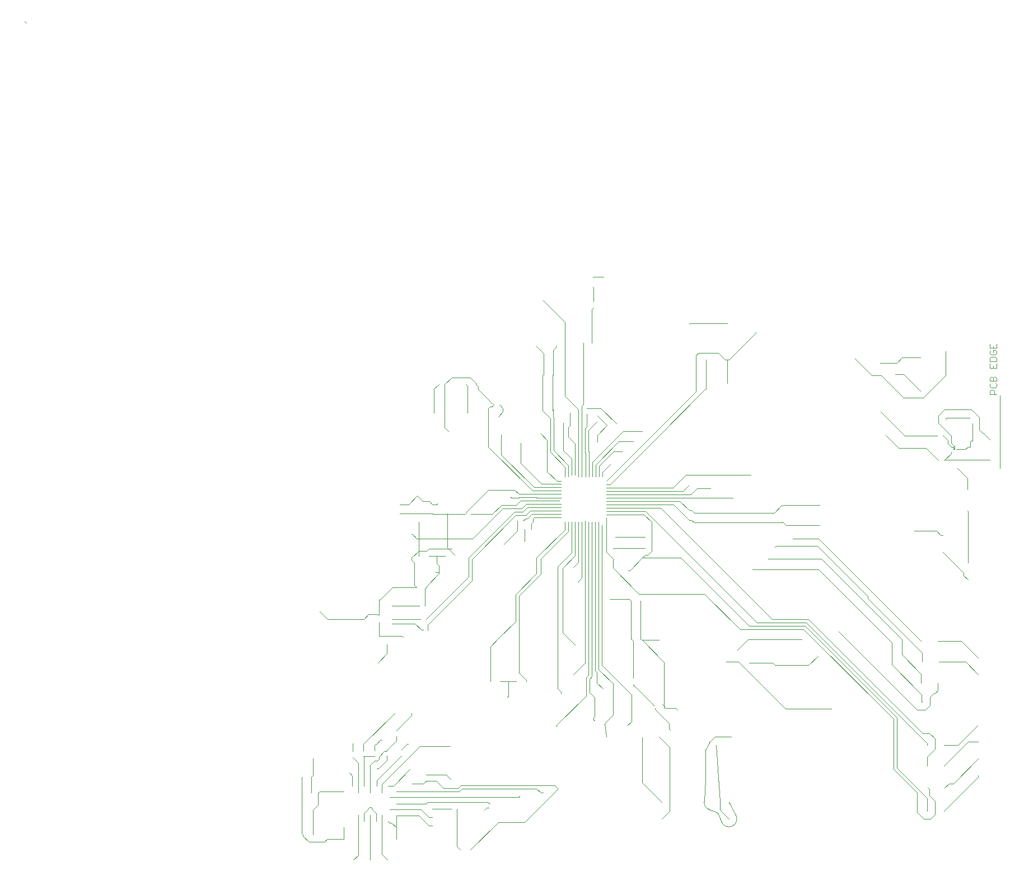
<source format=gtl>
G04*
G04 #@! TF.GenerationSoftware,Altium Limited,Altium Designer,22.0.2 (36)*
G04*
G04 Layer_Physical_Order=1*
G04 Layer_Color=255*
%FSLAX25Y25*%
%MOIN*%
G70*
G04*
G04 #@! TF.SameCoordinates,5FA76A90-C183-4406-A071-8446DD7401C7*
G04*
G04*
G04 #@! TF.FilePolarity,Positive*
G04*
G01*
G75*
D10*
X717800Y471673D02*
X717133D01*
X717000Y471540D01*
Y471273D01*
X717133Y471140D01*
X717800D01*
X717000Y470474D02*
X717800D01*
X717400Y470873D01*
Y470340D01*
D12*
X744709Y458874D02*
Y502181D01*
D18*
X578251Y260160D02*
G03*
X578247Y260250I-1000J0D01*
G01*
X578227Y260471D02*
G03*
X578228Y260454I997J73D01*
G01*
X572147Y295879D02*
G03*
X571989Y295673I707J-707D01*
G01*
X578014Y251474D02*
G03*
X574974Y254514I-4513J-1474D01*
G01*
X568759Y260264D02*
G03*
X572012Y255491I4741J-264D01*
G01*
X578991Y248512D02*
G03*
X587679Y252254I4509J1488D01*
G01*
X510583Y408917D02*
X514500Y405000D01*
X510583Y408917D02*
Y429358D01*
X514500Y399500D02*
Y405000D01*
Y399500D02*
X529843Y384157D01*
X533828Y407328D02*
X535157D01*
X537500Y409672D01*
X532000Y405500D02*
X533828Y407328D01*
X533373Y411201D02*
X533500Y411328D01*
X533461Y417961D02*
X533500Y417922D01*
X514710Y411201D02*
X533373D01*
X524500Y398000D02*
X532000Y405500D01*
X532985Y431358D02*
X537500Y426843D01*
X516039Y417961D02*
X533461D01*
X523500Y398000D02*
X524500D01*
X537500Y409672D02*
Y426843D01*
X514583Y411074D02*
X514710Y411201D01*
X532000Y405500D02*
X555000D01*
X529843Y384157D02*
X568884D01*
X590041Y363000D02*
X628000D01*
X568884Y384157D02*
X590041Y363000D01*
X516000Y418000D02*
X516039Y417961D01*
X484500Y399452D02*
X491890Y406842D01*
X491000Y400000D02*
X493890Y402890D01*
X481500Y400424D02*
X489890Y408813D01*
X491890Y406842D02*
Y426917D01*
X481500Y327676D02*
Y400424D01*
X489890Y408813D02*
Y426917D01*
X493890Y391000D02*
Y391586D01*
X484500Y361000D02*
Y399452D01*
X493890Y391586D02*
X495890Y393586D01*
X555000Y405500D02*
X595500Y365000D01*
X628828D01*
X533813Y433358D02*
X600172Y367000D01*
X629657D01*
X510835Y433358D02*
X533813D01*
X449500Y413500D02*
X457500Y421500D01*
X403453Y388787D02*
X411000Y396335D01*
X409577Y402462D02*
Y406500D01*
Y402462D02*
X411000Y401038D01*
X409000Y397000D02*
X411000D01*
Y396335D02*
Y397000D01*
Y401038D01*
X479728Y270091D02*
X481405Y268414D01*
X461905Y248087D02*
X481405Y267586D01*
X446039Y248087D02*
X461905D01*
X481405Y267586D02*
Y268414D01*
X404779Y406500D02*
X409577D01*
X414374D01*
X398874D02*
Y427150D01*
X415929Y411638D02*
X420280Y407287D01*
X415929Y411638D02*
Y432000D01*
X458429Y337138D02*
Y357500D01*
Y382929D02*
X471500Y396000D01*
Y405000D01*
X458429Y357500D02*
Y382929D01*
X487890Y421390D02*
Y426917D01*
X366047Y369000D02*
X369000Y371953D01*
X340000Y373500D02*
X344500Y369000D01*
X366047D01*
X617343Y315500D02*
X644500D01*
X589343Y343500D02*
X617343Y315500D01*
X578251Y255249D02*
Y260160D01*
X578228Y260454D02*
X578247Y260250D01*
X588500Y350500D02*
X595000Y357000D01*
X627000D01*
X695650Y314850D02*
X700426D01*
X649000Y361500D02*
X695650Y314850D01*
X700426D02*
X703150Y317574D01*
Y322570D01*
X705465Y324886D01*
X706386D02*
X708000Y326500D01*
X705465Y324886D02*
X706386D01*
X708000Y326500D02*
Y331000D01*
X446500Y489591D02*
Y490157D01*
X514843Y469000D02*
X520000D01*
X507327Y494673D02*
X516500Y485500D01*
X506135Y460292D02*
X514843Y469000D01*
X508135Y456635D02*
X513172Y461672D01*
X505000Y474765D02*
X505265Y475030D01*
Y478765D01*
X511000Y484500D01*
X523000Y305500D02*
X525500Y308000D01*
Y324000D01*
X508000Y341500D02*
X525500Y324000D01*
X509626Y306655D02*
Y307126D01*
X514500Y312000D01*
X509626Y306655D02*
X510500Y299000D01*
X481000Y305000D02*
Y306038D01*
X498410Y323447D01*
Y334238D01*
X505000Y331000D02*
X508500Y327500D01*
X502991Y309098D02*
Y310393D01*
X500410Y325447D02*
X503500Y322357D01*
X502991Y309098D02*
X503500Y308589D01*
X502991Y310393D02*
X503500Y310902D01*
Y322357D01*
X506000Y339000D02*
X514500Y330500D01*
Y312000D02*
Y330500D01*
X497890Y342890D02*
Y427500D01*
X500410Y325447D02*
Y333410D01*
X499890Y335718D02*
Y426917D01*
X491000Y336000D02*
X497890Y342890D01*
X500410Y333410D02*
X501890Y334890D01*
Y426917D01*
X498410Y334238D02*
X499890Y335718D01*
X484500Y361000D02*
X492000Y353500D01*
X483500Y324500D02*
Y325676D01*
X481500Y327676D02*
X483500Y325676D01*
X712500Y488673D02*
X712807Y488980D01*
X726882D01*
X727189Y489287D01*
X734791Y480012D02*
X738803Y476000D01*
X734639Y480012D02*
X734791D01*
X732626Y482024D02*
X734639Y480012D01*
X732626Y482024D02*
Y489289D01*
X711808Y494000D02*
X727914D01*
X738803Y476000D02*
X739000D01*
X727914Y494000D02*
X732626Y489289D01*
X727189Y475122D02*
X727476Y475409D01*
X728469D01*
X727189Y471768D02*
Y475122D01*
X728469Y483087D02*
Y485646D01*
Y480528D02*
Y483087D01*
Y477969D02*
Y480528D01*
Y475409D02*
Y477969D01*
X725947Y471768D02*
X727189D01*
X719173Y470173D02*
X724353D01*
X725947Y471768D01*
X711980Y463882D02*
X715736Y467638D01*
X711980Y463882D02*
X738791D01*
X711882D02*
X711980D01*
X711673Y463673D02*
X711882Y463882D01*
X738791D02*
X739000Y464090D01*
X375126Y359079D02*
X388874D01*
X389500Y358453D01*
X472547Y493213D02*
Y514500D01*
X486000Y454083D02*
Y459760D01*
X510583Y437358D02*
X550402D01*
X462833Y437662D02*
X483417D01*
X380000Y348500D02*
Y354078D01*
X374500Y343000D02*
X380000Y348500D01*
X375126Y359079D02*
Y366941D01*
X560000Y545000D02*
X560327Y545327D01*
X478453Y493213D02*
Y514500D01*
X510583Y439484D02*
X517561D01*
X488000Y454083D02*
Y460760D01*
X530953Y357000D02*
Y380000D01*
X493890Y402890D02*
Y426917D01*
X545000Y317240D02*
X545453Y316787D01*
X543953Y318287D02*
X545000Y317240D01*
Y343453D01*
Y316000D02*
Y317240D01*
X405130Y439323D02*
X407000Y437453D01*
X409453D01*
X369503Y256921D02*
X370497D01*
X329047Y241453D02*
Y275000D01*
X582000Y343500D02*
X589343D01*
X631000Y341500D02*
X636500Y347000D01*
X628000Y363000D02*
X681483Y309517D01*
X629657Y367000D02*
X701500Y295157D01*
X703000Y301000D02*
X706150Y297850D01*
X699000Y301000D02*
X703000D01*
X609358Y369000D02*
X631000D01*
X628828Y365000D02*
X683483Y310345D01*
X631000Y369000D02*
X699000Y301000D01*
X609370Y343000D02*
X610870Y341500D01*
X595500Y343000D02*
X609370D01*
X610870Y341500D02*
X631000D01*
X571835Y295409D02*
X571989Y295673D01*
X569500Y290914D02*
X571835Y295409D01*
X572147Y295879D02*
X575268Y299000D01*
X575925Y293925D02*
X578227Y260471D01*
X575925Y293925D02*
Y294000D01*
X575268Y299000D02*
X584842D01*
X383760Y269760D02*
X393500Y279500D01*
X636235Y412765D02*
X666200Y382800D01*
X611765Y412765D02*
X636235D01*
X611000Y412000D02*
X611765Y412765D01*
X724500Y343500D02*
X732000Y336000D01*
X708500Y343500D02*
X724500D01*
X708000Y356000D02*
X722000D01*
X732000Y346000D01*
X698275Y319725D02*
Y324150D01*
Y319725D02*
X698500Y319500D01*
X680500Y341925D02*
X698275Y324150D01*
X680500Y341925D02*
Y355000D01*
X637000Y398500D02*
X680500Y355000D01*
X597500Y398500D02*
X637000D01*
X686500Y347967D02*
X698000Y336467D01*
Y331000D02*
Y336467D01*
X638500Y405000D02*
X686500Y357000D01*
Y347967D02*
Y357000D01*
X607000Y405000D02*
X638500D01*
X666200Y381224D02*
X698500Y348924D01*
Y343500D02*
Y348924D01*
X666200Y381224D02*
Y382800D01*
X637000Y417000D02*
X698000Y356000D01*
X621500Y417000D02*
X637000D01*
X569500Y290086D02*
X569500Y290914D01*
X578251Y255249D02*
X578541Y254959D01*
X572012Y255491D02*
X574974Y254514D01*
X578014Y251474D02*
X578991Y248512D01*
X569500Y273586D02*
Y290086D01*
X568759Y260264D02*
X569500Y273586D01*
X583500Y260000D02*
X587679Y252254D01*
X578541Y254959D02*
X583500Y250000D01*
X543500D02*
X548248Y254748D01*
Y292752D01*
X542000Y299000D02*
X548248Y292752D01*
X532000Y271500D02*
Y298500D01*
Y271500D02*
X543500Y260000D01*
X505163Y490337D02*
X509061Y486439D01*
X375000Y280000D02*
X380000Y285000D01*
X374000Y280000D02*
X375000D01*
X369870Y265823D02*
Y281909D01*
X372607Y284646D01*
X374204D02*
X375083Y285524D01*
X372607Y284646D02*
X374204D01*
X375083Y285524D02*
Y287121D01*
X378296Y290335D01*
X373738Y294820D02*
X375918Y297000D01*
X377000D01*
X373320Y294820D02*
X373738D01*
X372500Y294000D02*
X373320Y294820D01*
X388500Y291272D02*
X391728Y294500D01*
X392500D01*
X388500Y291173D02*
Y291272D01*
X380000Y285000D02*
Y287653D01*
X372500Y290673D02*
Y294000D01*
X359500Y290173D02*
Y295000D01*
X366000Y294500D02*
X384500Y313000D01*
X366000Y290673D02*
Y294500D01*
X701500Y294000D02*
Y295157D01*
X681483Y279613D02*
Y309517D01*
X683483Y280441D02*
Y310345D01*
X543000Y435358D02*
X609358Y369000D01*
X706150Y291755D02*
Y297850D01*
X527181Y329350D02*
X538177Y318354D01*
X538664Y317671D02*
X538860D01*
X538177Y318158D02*
X538664Y317671D01*
X538177Y318158D02*
Y318354D01*
X526984Y329350D02*
X527181D01*
X526500Y329835D02*
X526984Y329350D01*
X526500Y329835D02*
Y330031D01*
X531453Y357000D02*
X531953Y356500D01*
X545000Y343453D01*
X539768Y476276D02*
Y476425D01*
X510583Y449358D02*
X512850D01*
X510878Y451622D02*
X564000Y504744D01*
X512850Y449358D02*
X539768Y476276D01*
X610563Y432453D02*
X614614Y436504D01*
X615500D02*
X615996Y437000D01*
X637500D01*
X556358Y445358D02*
X560000Y449000D01*
X557860Y455000D02*
X596500D01*
X617654Y425000D02*
X637500D01*
X615500Y427153D02*
X617654Y425000D01*
X614894Y426547D02*
X615500Y427153D01*
X614614Y436504D02*
X615500D01*
X591500Y432453D02*
X610563D01*
X591500Y426547D02*
X614894D01*
X550218Y447358D02*
X557860Y455000D01*
X562787Y426547D02*
X591500D01*
X560500Y428047D02*
X561287D01*
X559713Y433953D02*
X560500D01*
X559713Y428047D02*
X560500D01*
X561287D02*
X562787Y426547D01*
X560500Y433953D02*
X561287D01*
X562787Y432453D02*
X591500D01*
X561287Y433953D02*
X562787Y432453D01*
X585516Y441484D02*
X586000Y441000D01*
X561805Y441484D02*
X585516D01*
X560850Y443358D02*
X564492Y447000D01*
X561679Y441358D02*
X561805Y441484D01*
X564492Y447000D02*
X572500D01*
X550402Y437358D02*
X559713Y428047D01*
X554307Y439358D02*
X559713Y433953D01*
X568843Y505500D02*
X569839Y506496D01*
X539768Y476425D02*
X568843Y505500D01*
X723350Y395150D02*
Y396650D01*
Y395150D02*
X726000Y392500D01*
X711000Y409000D02*
X723350Y396650D01*
X707066Y421500D02*
X709566Y419000D01*
X711000D01*
X694000Y421500D02*
X707066D01*
X458429Y337138D02*
X462780Y332787D01*
Y332000D02*
Y332787D01*
X441374Y352650D02*
X446224Y357500D01*
X441374Y332000D02*
Y352650D01*
X452077Y332000D02*
X456874D01*
X447280D02*
X452077D01*
X451500Y322500D02*
X452077Y323077D01*
Y332000D01*
X547760Y303740D02*
X548500Y303000D01*
X547760Y303740D02*
Y307000D01*
X531953Y356500D02*
X542000D01*
X380000Y291098D02*
X385500Y296598D01*
X380000Y291000D02*
Y291098D01*
X385500Y296598D02*
Y299327D01*
Y302772D02*
X394500Y311772D01*
Y313000D01*
X385500Y302673D02*
Y302772D01*
X700906Y470995D02*
X708228Y463673D01*
X708327D01*
X684505Y470995D02*
X700906D01*
X677000Y478500D02*
X684505Y470995D01*
X688327Y478173D02*
X707654D01*
X674000Y492500D02*
X688327Y478173D01*
X368896Y256314D02*
X369503Y256921D01*
X366327Y253377D02*
X368896Y255947D01*
X370497Y256921D02*
X370765Y256652D01*
Y256025D02*
X373413Y253377D01*
X368896Y255947D02*
Y256314D01*
X370765Y256025D02*
Y256652D01*
X357500Y277500D02*
X359240Y275760D01*
Y269760D02*
Y275760D01*
X380500Y269760D02*
X383760D01*
X380500Y248500D02*
X381181Y247819D01*
X385421Y237870D02*
Y244957D01*
X398815Y252043D02*
X404858Y246000D01*
X406827D01*
X385421Y252043D02*
X398815D01*
X385421Y244957D02*
Y252043D01*
X382559Y247819D02*
X385421Y244957D01*
X381181Y247819D02*
X382559D01*
X366327Y248500D02*
Y253377D01*
X373413Y248500D02*
Y253377D01*
X354319Y237870D02*
Y244957D01*
X333370Y236343D02*
X342740D01*
X344268Y237870D01*
X330000Y239713D02*
Y240500D01*
Y239713D02*
X333370Y236343D01*
X344268Y237870D02*
X354319D01*
X336000Y276047D02*
Y286000D01*
X334953Y275000D02*
X336000Y276047D01*
X329047Y241453D02*
X330000Y240500D01*
X335032Y265500D02*
Y274921D01*
X334953Y275000D02*
X335032Y274921D01*
X335953Y240547D02*
Y254500D01*
X335906Y240500D02*
X335953Y240547D01*
Y254500D02*
Y255287D01*
X338968Y258303D02*
Y265500D01*
X335953Y255287D02*
X338968Y258303D01*
X402744Y272146D02*
X403327Y272728D01*
X402646Y272146D02*
X402744D01*
X401500Y271000D02*
X402646Y272146D01*
X403327Y272728D02*
Y272827D01*
X395000Y271000D02*
X401500D01*
X385421Y266216D02*
X422777D01*
X422090Y268358D02*
X423822Y270091D01*
X413564Y268358D02*
X422090D01*
X409095Y272827D02*
X413564Y268358D01*
X403327Y272827D02*
X409095D01*
X423822Y270091D02*
X479728D01*
X424650Y268091D02*
X468925D01*
X422777Y266216D02*
X424650Y268091D01*
X429453Y231500D02*
X446039Y248087D01*
X468925Y268091D02*
X471516Y265500D01*
X421500Y233547D02*
Y256000D01*
Y233547D02*
X423547Y231500D01*
X439098Y256500D02*
X440500D01*
X438007Y255410D02*
X439098Y256500D01*
X440023Y260075D02*
X441188Y258910D01*
X404028Y260075D02*
X440023D01*
X403083Y259130D02*
X404028Y260075D01*
X385421Y259130D02*
X403083D01*
X400272Y255587D02*
X404858Y251000D01*
X381484Y255587D02*
X400272D01*
X404858Y251000D02*
X406827D01*
X458413Y263087D02*
X458827Y263500D01*
X381484Y262673D02*
X381898Y263087D01*
X458413D01*
X471516Y265500D02*
X472827D01*
X366000Y287327D02*
X372500D01*
X366163Y269923D02*
X366327Y269760D01*
X366163Y269923D02*
Y287163D01*
X366000Y287327D02*
X366163Y287163D01*
X339165Y265500D02*
X339882Y266216D01*
X354319D01*
X338968Y265500D02*
X339165D01*
X376957Y229032D02*
Y252437D01*
Y229032D02*
X380000Y225989D01*
Y225500D02*
Y225989D01*
X369935Y225565D02*
Y252372D01*
Y225565D02*
X370000Y225500D01*
X369870Y252437D02*
X369935Y252372D01*
X362784Y228284D02*
Y252437D01*
X360000Y225500D02*
X362784Y228284D01*
X359500Y286728D02*
X362784Y283445D01*
X359500Y286728D02*
Y286827D01*
X362784Y265823D02*
Y283445D01*
X378296Y290335D02*
X379417D01*
X380000Y290917D01*
X373413Y269760D02*
X373713Y270059D01*
Y272941D02*
X388500Y287728D01*
X373713Y270059D02*
Y272941D01*
X380000Y290917D02*
Y291000D01*
X388500Y287728D02*
Y287827D01*
X376957Y270700D02*
X399430Y293173D01*
X376957Y265823D02*
Y270700D01*
X399430Y293173D02*
X406500D01*
X406663Y293337D02*
X417663D01*
X417827Y293500D01*
X406500Y293173D02*
X406663Y293337D01*
X415154Y276173D02*
X417827Y273500D01*
X403327Y276173D02*
X415154D01*
X406827Y256000D02*
X418153D01*
X499000Y494673D02*
X507327D01*
X485000Y469500D02*
X490000Y464500D01*
X488000Y483326D02*
X489000Y484326D01*
Y492000D01*
X485000Y469500D02*
Y486000D01*
X488000Y477500D02*
Y483326D01*
Y477500D02*
X492000Y473500D01*
Y455000D02*
Y473500D01*
X509061Y486439D02*
X511000Y484500D01*
X503837Y485663D02*
X505165Y486992D01*
X500135Y454083D02*
Y468973D01*
X503837Y485565D02*
Y485663D01*
X499953Y481681D02*
X503837Y485565D01*
X552000Y316000D02*
X553000Y315000D01*
X545453Y316000D02*
X552000D01*
X539547Y315213D02*
X547760Y307000D01*
X539547Y315213D02*
Y316000D01*
X539500Y316047D02*
X539547Y316000D01*
X526500Y333968D02*
Y356047D01*
X525547Y357000D02*
X526500Y356047D01*
X525047Y357500D02*
Y380000D01*
Y357500D02*
X525547Y357000D01*
X524047Y381000D02*
X525047Y380000D01*
X512500Y381000D02*
X524047D01*
X719500Y459000D02*
X725500Y453000D01*
Y446201D02*
Y453000D01*
X726000Y402500D02*
Y433299D01*
X725500Y433799D02*
X726000Y433299D01*
X673472Y514221D02*
X674358D01*
X687579Y501000D01*
X699222D01*
X712500Y514278D01*
Y528673D01*
X403453Y388000D02*
Y388787D01*
X396177Y389370D02*
Y402740D01*
X394500Y404418D02*
X396177Y402740D01*
Y389370D02*
X397547Y388000D01*
X394500Y404418D02*
Y405500D01*
X414173Y483327D02*
Y509000D01*
Y483327D02*
X416500Y481000D01*
X485890Y422390D02*
Y426917D01*
X446224Y357500D02*
X456429Y367705D01*
Y383757D01*
X410146Y508319D02*
Y508417D01*
X410728Y509000D02*
X410827D01*
X410146Y508417D02*
X410728Y509000D01*
X408000Y506173D02*
X410146Y508319D01*
X408000Y492000D02*
Y506173D01*
X414173Y509000D02*
X414272D01*
X418429Y513158D01*
X429457D01*
X432827Y509787D01*
Y509000D02*
Y509787D01*
X426921Y509000D02*
X428000Y507921D01*
Y492000D02*
Y507921D01*
X434197Y505858D02*
X443555Y496500D01*
X434197Y505858D02*
Y507630D01*
X432827Y509000D02*
X434197Y507630D01*
X443555Y496500D02*
X443653D01*
X449000Y492657D02*
Y494598D01*
X446500Y490157D02*
X449000Y492657D01*
X447098Y496500D02*
X449000Y494598D01*
X447000Y496500D02*
X447098D01*
X467495Y447505D02*
X483417D01*
X471995Y449505D02*
X483417D01*
X481090Y451327D02*
X483417D01*
X475260Y457157D02*
X481090Y451327D01*
X475260Y457157D02*
Y475740D01*
X471500Y479500D02*
X475260Y475740D01*
X459500Y462000D02*
X471995Y449505D01*
X459500Y462000D02*
Y474000D01*
X448000Y467000D02*
X467495Y447505D01*
X448000Y467000D02*
Y479000D01*
X466495Y445505D02*
X483417D01*
X442244Y495508D02*
X442827Y496091D01*
X441123Y495508D02*
X442244D01*
X440244Y494629D02*
X441123Y495508D01*
X442827Y496091D02*
Y496173D01*
X440244Y471756D02*
Y494629D01*
Y471756D02*
X466495Y445505D01*
X401177Y439323D02*
X405130D01*
X387500Y437453D02*
X392953D01*
X398000Y442500D01*
X401177Y439323D01*
X409453Y437453D02*
X410000Y438000D01*
X387500Y431547D02*
X388000Y432047D01*
X407000D01*
X407547Y431500D02*
X426000D01*
X407000Y432047D02*
X407547Y431500D01*
X458500Y443500D02*
X483417D01*
X456000Y446000D02*
X458500Y443500D01*
X440150Y446000D02*
X456000D01*
X427256Y433106D02*
X440150Y446000D01*
X427256Y432559D02*
Y433106D01*
X426197Y431500D02*
X427256Y432559D01*
X426000Y431500D02*
X426197D01*
X454016Y441484D02*
X458672D01*
X458687Y441500D01*
X453500Y442000D02*
X454016Y441484D01*
X458687Y441500D02*
X468959D01*
X459516Y439500D02*
X482500D01*
X457016Y437000D02*
X459516Y439500D01*
X448172Y437000D02*
X457016D01*
X468959Y441484D02*
X483417D01*
X442672Y431500D02*
X448172Y437000D01*
X429937Y431500D02*
X442672D01*
X430953Y416953D02*
X449000Y435000D01*
X460172D01*
X418500Y416953D02*
X430953D01*
X400555Y362500D02*
X401492D01*
X396646Y366409D02*
X400555Y362500D01*
X383000Y366409D02*
X396646D01*
X383053Y369053D02*
X399774D01*
X383000Y369106D02*
X383053Y369053D01*
X399774D02*
X399827Y369000D01*
X402673Y387221D02*
X403453Y388000D01*
X402673Y377000D02*
Y387221D01*
X383098Y377098D02*
X399228D01*
X383000Y377197D02*
X383098Y377098D01*
X399228D02*
X399327Y377000D01*
X375913Y380701D02*
X383213Y388000D01*
X397547D01*
X375126Y380701D02*
X375913D01*
X375126Y378024D02*
Y380701D01*
Y374087D02*
Y378024D01*
Y371528D02*
Y374087D01*
X373913Y371953D02*
X374339Y371528D01*
X369000Y371953D02*
X373913D01*
X374339Y371528D02*
X375126D01*
X394500Y419500D02*
X395157D01*
X397657Y417000D02*
X405000D01*
X395157Y419500D02*
X397657Y417000D01*
X398724Y409724D02*
X403630D01*
X394500Y405500D02*
X398724Y409724D01*
X403630D02*
X405000Y411095D01*
X405047Y411047D01*
X418500D01*
X405047Y416953D02*
X418500D01*
X405000Y417000D02*
X405047Y416953D01*
X428394Y405608D02*
X455787Y433000D01*
X461000D01*
X428394Y394221D02*
Y405608D01*
X430394Y404779D02*
X456615Y431000D01*
X430394Y391836D02*
Y404779D01*
X456615Y431000D02*
X462500D01*
X460172Y435000D02*
X462833Y437662D01*
X460847Y427500D02*
X460945D01*
X463500Y429000D02*
X466161Y431662D01*
X461000Y433000D02*
X463661Y435662D01*
X462500Y431000D02*
X465162Y433662D01*
X462445Y429000D02*
X463500D01*
X460945Y427500D02*
X462445Y429000D01*
X463661Y435662D02*
X483417D01*
X404173Y362327D02*
Y365615D01*
X430394Y391836D01*
X465162Y433662D02*
X483417D01*
X495890Y393586D02*
Y426917D01*
X461500Y415500D02*
X461827Y415827D01*
Y422500D01*
X457500Y421500D02*
Y427500D01*
X467637Y429551D02*
X483417D01*
X466000Y422500D02*
Y426154D01*
X466923Y427077D01*
X466978D01*
X467000Y427055D01*
X466161Y431662D02*
X483417D01*
X467000Y428914D02*
X467637Y429551D01*
X467000Y427055D02*
Y428914D01*
X403272Y369000D02*
X403854Y369583D01*
Y369681D02*
X428394Y394221D01*
X403173Y369000D02*
X403272D01*
X403854Y369583D02*
Y369681D01*
X469000Y396328D02*
Y405500D01*
X456429Y383757D02*
X469000Y396328D01*
Y405500D02*
X485890Y422390D01*
X471500Y405000D02*
X487890Y421390D01*
X507949Y425000D02*
X508000Y424949D01*
X503890Y338282D02*
X505000Y337172D01*
X508000Y341500D02*
Y424949D01*
X503890Y338282D02*
Y426917D01*
X506000Y339000D02*
Y426917D01*
X505000Y331000D02*
Y337172D01*
X508953Y572953D02*
X509000Y573000D01*
X502500Y572953D02*
X508953D01*
X486000Y502000D02*
X493953Y494047D01*
X495953Y496011D02*
X497000Y497058D01*
X495953Y454083D02*
Y496011D01*
X493953Y454083D02*
Y494047D01*
X497000Y497058D02*
Y533500D01*
X486000Y502000D02*
Y546000D01*
X510583Y431358D02*
X532985D01*
X510583Y433610D02*
X510835Y433358D01*
X510583Y435358D02*
X543000D01*
X683483Y280441D02*
X701500Y262424D01*
X695500Y253924D02*
Y265596D01*
X681483Y279613D02*
X695500Y265596D01*
X510583Y443358D02*
X560850D01*
X510583Y445358D02*
X556358D01*
X518516Y441358D02*
X561679D01*
X510583Y441484D02*
X518516D01*
X517687Y439358D02*
X554307D01*
X510583Y447358D02*
X550218D01*
X695500Y253924D02*
X699574Y249850D01*
X703426D01*
X706150Y252574D01*
Y260603D01*
X702903Y263850D02*
X706150Y260603D01*
X702903Y263850D02*
Y267598D01*
X702000Y268500D02*
X702903Y267598D01*
X701500Y254500D02*
Y262424D01*
Y281500D02*
Y287105D01*
X706150Y291755D01*
X504135Y454083D02*
Y461120D01*
X502135Y454083D02*
Y462500D01*
X520635Y481000D01*
X508135Y454000D02*
Y456635D01*
X505858Y454083D02*
X506135Y454359D01*
X504135Y461120D02*
X518015Y475000D01*
X506135Y454359D02*
Y460292D01*
X520635Y481000D02*
X532000D01*
X518015Y475000D02*
X526500D01*
X490000Y455000D02*
Y464500D01*
X473000Y559000D02*
X486000Y546000D01*
X477260Y468500D02*
X486000Y459760D01*
X479260Y469500D02*
X488000Y460760D01*
X479260Y469500D02*
Y489328D01*
X478953Y489636D02*
X479260Y489328D01*
X478953Y489636D02*
Y494000D01*
X477260Y468500D02*
Y488500D01*
X472547Y493213D02*
X477260Y488500D01*
X719173Y470173D02*
X719264Y470083D01*
X717363Y471551D02*
X717719Y471908D01*
X708244Y490436D02*
X711808Y494000D01*
X708244Y485909D02*
Y490436D01*
Y485909D02*
X715709Y478445D01*
Y473918D02*
Y478445D01*
Y473918D02*
X717719Y471908D01*
X715827Y471551D02*
X717363D01*
X711098Y478173D02*
X713709Y475563D01*
Y473669D02*
X715827Y471551D01*
X711000Y478173D02*
X711098D01*
X713709Y473669D02*
Y475563D01*
X715736Y468705D02*
X715827Y468795D01*
X715736Y467638D02*
Y468705D01*
X712500Y488673D02*
X713113Y488060D01*
X658500Y524342D02*
X668622Y514221D01*
X673472D01*
X682528Y515008D02*
X687650D01*
X697500Y505158D01*
X673472Y521779D02*
X682528D01*
X686476Y524843D02*
X697500D01*
X683413Y521779D02*
X686476Y524843D01*
X682528Y521779D02*
X683413D01*
X582437Y509721D02*
X582657Y509500D01*
X582437Y509721D02*
Y523673D01*
X560327Y545327D02*
X569839D01*
X582437D01*
X583618Y523673D02*
X599500Y539555D01*
X582437Y523673D02*
X583618D01*
X599500Y539555D02*
Y540000D01*
X732000Y275000D02*
Y276000D01*
X711500Y254500D02*
X732000Y275000D01*
X714650Y271150D02*
X717150D01*
X732000Y286000D01*
X712000Y268500D02*
X714650Y271150D01*
X711500Y281500D02*
X726000Y296000D01*
X732000D01*
X720000Y294000D02*
X732000Y306000D01*
X711500Y294000D02*
X720000D01*
X517561Y439484D02*
X517687Y439358D01*
X569839Y506496D02*
Y523673D01*
X564000Y504744D02*
Y526255D01*
X581256Y523673D02*
X582437D01*
X577197Y527732D02*
X581256Y523673D01*
X565477Y527732D02*
X577197D01*
X564000Y526255D02*
X565477Y527732D01*
X502500Y567047D02*
X503000Y566547D01*
Y558173D02*
Y566547D01*
X502000Y553728D02*
X503000Y554728D01*
X502000Y533500D02*
Y553728D01*
X503000Y554728D02*
Y554827D01*
X469000Y531500D02*
X473047Y527453D01*
Y514500D02*
Y527453D01*
X478953Y514500D02*
Y529370D01*
X480500Y530918D01*
Y532000D01*
X498067Y454083D02*
Y468213D01*
X497953Y482510D02*
X499000Y483557D01*
X497953Y468327D02*
X498067Y468213D01*
X497953Y468327D02*
Y482510D01*
X499953Y469156D02*
X500135Y468973D01*
X499953Y469156D02*
Y481681D01*
X499000Y483557D02*
Y491327D01*
X164051Y725406D02*
X165051Y724405D01*
X742937Y502969D02*
X739001D01*
Y504936D01*
X739657Y505592D01*
X740969D01*
X741625Y504936D01*
Y502969D01*
X739657Y509528D02*
X739001Y508872D01*
Y507560D01*
X739657Y506904D01*
X742281D01*
X742937Y507560D01*
Y508872D01*
X742281Y509528D01*
X739001Y510840D02*
X742937D01*
Y512808D01*
X742281Y513464D01*
X741625D01*
X740969Y512808D01*
Y510840D01*
Y512808D01*
X740313Y513464D01*
X739657D01*
X739001Y512808D01*
Y510840D01*
Y521335D02*
Y518712D01*
X742937D01*
Y521335D01*
X740969Y518712D02*
Y520023D01*
X739001Y522647D02*
X742937D01*
Y524615D01*
X742281Y525271D01*
X739657D01*
X739001Y524615D01*
Y522647D01*
X739657Y529207D02*
X739001Y528551D01*
Y527239D01*
X739657Y526583D01*
X742281D01*
X742937Y527239D01*
Y528551D01*
X742281Y529207D01*
X740969D01*
Y527895D01*
X739001Y533143D02*
Y530519D01*
X742937D01*
Y533143D01*
X740969Y530519D02*
Y531831D01*
D30*
X727189Y471768D02*
D03*
Y489287D02*
D03*
D31*
X514500Y405000D02*
D03*
X533500Y417922D02*
D03*
X523500Y398000D02*
D03*
X533500Y411328D02*
D03*
X514583Y411074D02*
D03*
X516000Y418000D02*
D03*
X493890Y391000D02*
D03*
X491000Y400000D02*
D03*
X411000Y397000D02*
D03*
D03*
X644500Y315500D02*
D03*
X587000Y349000D02*
D03*
X627000Y357000D02*
D03*
X649000Y361500D02*
D03*
X446500Y489591D02*
D03*
X520000Y469000D02*
D03*
X516500Y485500D02*
D03*
X513172Y461672D02*
D03*
X505000Y474765D02*
D03*
X346000Y237500D02*
D03*
X636500Y347000D02*
D03*
X582000Y343500D02*
D03*
X595500Y343000D02*
D03*
X575925Y294000D02*
D03*
X588000Y285000D02*
D03*
X394500Y280000D02*
D03*
X611000Y412000D02*
D03*
X597500Y398500D02*
D03*
X607000Y405000D02*
D03*
X621500Y417000D02*
D03*
X584842Y299000D02*
D03*
X568500Y343500D02*
D03*
X542000Y299000D02*
D03*
X532000Y298500D02*
D03*
X374000Y280000D02*
D03*
X393500Y295000D02*
D03*
X377000Y297000D02*
D03*
X359500Y296500D02*
D03*
X622000Y345500D02*
D03*
X637500Y425000D02*
D03*
Y437000D02*
D03*
X451500Y322500D02*
D03*
X548500Y303000D02*
D03*
X542000Y356500D02*
D03*
X677000Y478500D02*
D03*
X674000Y492500D02*
D03*
X370000Y258500D02*
D03*
X357000Y278500D02*
D03*
X336000Y286000D02*
D03*
X395000Y271000D02*
D03*
X485000Y486000D02*
D03*
X489000Y492000D02*
D03*
X553000Y315000D02*
D03*
X512500Y381000D02*
D03*
X719500Y459000D02*
D03*
X416500Y481000D02*
D03*
X398000Y442500D02*
D03*
X389500Y358453D02*
D03*
X394500Y419500D02*
D03*
Y405500D02*
D03*
X453500Y442000D02*
D03*
X450000Y414500D02*
D03*
X461500Y415500D02*
D03*
X510000Y573000D02*
D03*
X532000Y481000D02*
D03*
X526500Y475000D02*
D03*
X559500Y546000D02*
D03*
X469000Y531500D02*
D03*
X480500Y532000D02*
D03*
D32*
X458429Y357500D02*
D03*
X446224D02*
D03*
D41*
X350000Y343500D02*
D03*
X340000D02*
D03*
X350000Y353500D02*
D03*
X340000D02*
D03*
X350000Y363500D02*
D03*
X340000D02*
D03*
X350000Y373500D02*
D03*
X340000D02*
D03*
X350000Y383500D02*
D03*
X340000D02*
D03*
X350000Y395000D02*
D03*
X340000D02*
D03*
X350000Y405000D02*
D03*
X340000D02*
D03*
X350000Y415000D02*
D03*
X340000D02*
D03*
X350000Y425000D02*
D03*
X340000D02*
D03*
X350000Y435000D02*
D03*
X340000D02*
D03*
X350000Y447000D02*
D03*
X340000D02*
D03*
X350000Y457000D02*
D03*
X340000D02*
D03*
X350000Y467000D02*
D03*
X340000D02*
D03*
X350000Y477000D02*
D03*
X340000D02*
D03*
X350000Y487000D02*
D03*
X340000D02*
D03*
X350000Y499000D02*
D03*
X340000D02*
D03*
X350000Y509000D02*
D03*
X340000D02*
D03*
X350000Y519000D02*
D03*
X340000D02*
D03*
X350000Y529000D02*
D03*
X340000D02*
D03*
X350000Y539000D02*
D03*
X340000D02*
D03*
D43*
X586000Y441000D02*
D03*
X572500Y447000D02*
D03*
X596500Y455000D02*
D03*
X560000Y449000D02*
D03*
X448000Y479000D02*
D03*
X502000Y308000D02*
D03*
X508500Y327500D02*
D03*
X481000Y305000D02*
D03*
X523000Y305500D02*
D03*
X510500Y299000D02*
D03*
X491000Y336000D02*
D03*
X473000Y559000D02*
D03*
X492000Y353500D02*
D03*
X483500Y324500D02*
D03*
X471500Y479500D02*
D03*
X459500Y474000D02*
D03*
X440500Y256500D02*
D03*
X458827Y263500D02*
D03*
X472827Y265500D02*
D03*
D59*
X739000Y496965D02*
D03*
Y464090D02*
D03*
D61*
X497000Y533500D02*
D03*
X492000D02*
D03*
D62*
X406827Y251000D02*
D03*
Y246000D02*
D03*
D64*
X502000Y533500D02*
D03*
D79*
X526500Y333968D02*
D03*
Y330031D02*
D03*
D84*
X359240Y248500D02*
D03*
X366327D02*
D03*
X373413D02*
D03*
X380500D02*
D03*
X362784Y252437D02*
D03*
X369870D02*
D03*
X376957D02*
D03*
X358256Y255587D02*
D03*
X381484D02*
D03*
X362784Y265823D02*
D03*
X369870D02*
D03*
X376957D02*
D03*
X359240Y269760D02*
D03*
X366327D02*
D03*
X373413D02*
D03*
X380500D02*
D03*
X358256Y262673D02*
D03*
X381484D02*
D03*
X354319Y266216D02*
D03*
Y259130D02*
D03*
Y252043D02*
D03*
Y244957D02*
D03*
Y237870D02*
D03*
X385421Y266216D02*
D03*
Y259130D02*
D03*
Y252043D02*
D03*
Y244957D02*
D03*
Y237870D02*
D03*
D139*
X715827Y468795D02*
D03*
X719173Y470173D02*
D03*
X715827Y471551D02*
D03*
D140*
X483417Y429673D02*
D03*
Y431642D02*
D03*
Y433610D02*
D03*
Y435579D02*
D03*
Y437547D02*
D03*
Y439516D02*
D03*
Y441484D02*
D03*
Y443453D02*
D03*
Y445421D02*
D03*
Y447390D02*
D03*
Y449358D02*
D03*
Y451327D02*
D03*
X510583D02*
D03*
Y449358D02*
D03*
Y447390D02*
D03*
Y445421D02*
D03*
Y443453D02*
D03*
Y441484D02*
D03*
Y439516D02*
D03*
Y437547D02*
D03*
Y435579D02*
D03*
Y433610D02*
D03*
Y431642D02*
D03*
Y429673D02*
D03*
D142*
X486173Y454083D02*
D03*
X488142D02*
D03*
X490110D02*
D03*
X492079D02*
D03*
X494047D02*
D03*
X496016D02*
D03*
X497984D02*
D03*
X499953D02*
D03*
X501921D02*
D03*
X503890D02*
D03*
X505858D02*
D03*
X507827D02*
D03*
Y426917D02*
D03*
X505858D02*
D03*
X503890D02*
D03*
X501921D02*
D03*
X499953D02*
D03*
X497984D02*
D03*
X496016D02*
D03*
X494047D02*
D03*
X492079D02*
D03*
X490110D02*
D03*
X488142D02*
D03*
X486173D02*
D03*
D148*
X404779Y406500D02*
D03*
X398874D02*
D03*
X414374D02*
D03*
X420280D02*
D03*
X441374Y332000D02*
D03*
X447280D02*
D03*
X329047Y275000D02*
D03*
X334953D02*
D03*
X330000Y240500D02*
D03*
X335906D02*
D03*
X330047Y254500D02*
D03*
X335953D02*
D03*
X397547Y388000D02*
D03*
X403453D02*
D03*
X530953Y380000D02*
D03*
X525047D02*
D03*
X531453Y357000D02*
D03*
X525547D02*
D03*
X539547Y316000D02*
D03*
X545453D02*
D03*
X478953Y514500D02*
D03*
X473047D02*
D03*
X478953Y494000D02*
D03*
X473047D02*
D03*
X462780Y332000D02*
D03*
X456874D02*
D03*
X426921Y509000D02*
D03*
X432827D02*
D03*
D149*
X615500Y436504D02*
D03*
D150*
Y427153D02*
D03*
D151*
X591500Y432453D02*
D03*
Y426547D02*
D03*
X560500Y433953D02*
D03*
Y428047D02*
D03*
X380000Y352547D02*
D03*
Y358453D02*
D03*
X418500Y411047D02*
D03*
Y416953D02*
D03*
X405000Y411095D02*
D03*
Y417000D02*
D03*
X387500Y437453D02*
D03*
Y431547D02*
D03*
X407000Y437953D02*
D03*
Y432047D02*
D03*
D152*
X335032Y265500D02*
D03*
X338968D02*
D03*
X426000Y431500D02*
D03*
X429937D02*
D03*
D153*
X497000Y440500D02*
D03*
D154*
X403327Y272827D02*
D03*
Y276173D02*
D03*
X406500Y293673D02*
D03*
Y290327D02*
D03*
X504500Y489673D02*
D03*
Y486327D02*
D03*
X499000Y494673D02*
D03*
Y491327D02*
D03*
X503000Y558173D02*
D03*
Y554827D02*
D03*
X359500Y290173D02*
D03*
Y286827D02*
D03*
X366000Y290673D02*
D03*
Y287327D02*
D03*
X372500Y290673D02*
D03*
Y287327D02*
D03*
X380000Y287653D02*
D03*
Y291000D02*
D03*
X388500Y291173D02*
D03*
Y287827D02*
D03*
X385500Y302673D02*
D03*
Y299327D02*
D03*
D155*
X569839Y523673D02*
D03*
X582437D02*
D03*
X569839Y545327D02*
D03*
X582437D02*
D03*
D156*
X402673Y377000D02*
D03*
X399327D02*
D03*
X403173Y369000D02*
D03*
X399827D02*
D03*
X400827Y362327D02*
D03*
X404173D02*
D03*
X465173Y422500D02*
D03*
X461827D02*
D03*
X707654Y478173D02*
D03*
X711000D02*
D03*
X460847Y427500D02*
D03*
X457500D02*
D03*
X708327Y463673D02*
D03*
X711673D02*
D03*
X414173Y509000D02*
D03*
X410827D02*
D03*
X443653Y496500D02*
D03*
X447000D02*
D03*
X418153Y256000D02*
D03*
X421500D02*
D03*
D157*
X383000Y366409D02*
D03*
Y369106D02*
D03*
Y371803D02*
D03*
Y374500D02*
D03*
Y377197D02*
D03*
X375126Y380701D02*
D03*
Y378024D02*
D03*
Y374087D02*
D03*
Y371528D02*
D03*
D158*
Y366941D02*
D03*
D159*
X728469Y483087D02*
D03*
Y480528D02*
D03*
Y485646D02*
D03*
Y477969D02*
D03*
Y475409D02*
D03*
D160*
X739000Y476000D02*
D03*
Y485055D02*
D03*
D161*
X502500Y572953D02*
D03*
Y567047D02*
D03*
D162*
X429453Y231500D02*
D03*
X423547D02*
D03*
D163*
X725500Y433799D02*
D03*
X725500Y446201D02*
D03*
D164*
X739000Y493864D02*
D03*
X739000Y467191D02*
D03*
D168*
X673472Y514221D02*
D03*
Y521779D02*
D03*
X682528D02*
D03*
D169*
Y515008D02*
D03*
D195*
X404500Y343000D02*
D03*
X394500D02*
D03*
X384500D02*
D03*
X374500D02*
D03*
X404500Y313000D02*
D03*
X394500D02*
D03*
X384500D02*
D03*
D196*
X374500D02*
D03*
D197*
X360000Y225500D02*
D03*
X711500Y254500D02*
D03*
X708000Y356000D02*
D03*
X708500Y319500D02*
D03*
X708000Y331000D02*
D03*
X712000Y268500D02*
D03*
X708500Y343500D02*
D03*
X711500Y294000D02*
D03*
Y281500D02*
D03*
D198*
X370000Y225500D02*
D03*
X380000D02*
D03*
X711000Y449000D02*
D03*
Y439000D02*
D03*
Y419000D02*
D03*
Y399000D02*
D03*
Y389000D02*
D03*
Y409000D02*
D03*
Y429000D02*
D03*
X701500Y254500D02*
D03*
X698000Y356000D02*
D03*
X698500Y319500D02*
D03*
X694000Y411500D02*
D03*
X698000Y331000D02*
D03*
X702000Y268500D02*
D03*
X698500Y343500D02*
D03*
X701500Y294000D02*
D03*
Y281500D02*
D03*
X599500Y540000D02*
D03*
X732000Y276000D02*
D03*
Y286000D02*
D03*
Y306000D02*
D03*
Y326000D02*
D03*
Y336000D02*
D03*
Y316000D02*
D03*
Y296000D02*
D03*
X726000Y402500D02*
D03*
D199*
X711000Y379000D02*
D03*
X694000Y421500D02*
D03*
X599500Y530000D02*
D03*
X732000Y346000D02*
D03*
X726000Y392500D02*
D03*
D200*
X406827Y256000D02*
D03*
D201*
X417827Y273500D02*
D03*
D202*
Y293500D02*
D03*
X428000Y492000D02*
D03*
D203*
X408000D02*
D03*
D204*
X712500Y528673D02*
D03*
Y488673D02*
D03*
D205*
X602343Y509500D02*
D03*
X549157Y505500D02*
D03*
X697500Y505158D02*
D03*
X658500Y504658D02*
D03*
D206*
X582657Y509500D02*
D03*
X568843Y505500D02*
D03*
D207*
X697500Y524843D02*
D03*
X658500Y524342D02*
D03*
D208*
X613000Y250500D02*
D03*
X623000D02*
D03*
X633000D02*
D03*
X653000D02*
D03*
X643000D02*
D03*
D209*
X663000D02*
D03*
D210*
X553500Y260000D02*
D03*
Y250000D02*
D03*
X543500Y260000D02*
D03*
X563500Y250000D02*
D03*
Y260000D02*
D03*
X573500Y250000D02*
D03*
X583500D02*
D03*
X573500Y260000D02*
D03*
X583500D02*
D03*
D211*
X543500Y250000D02*
D03*
M02*

</source>
